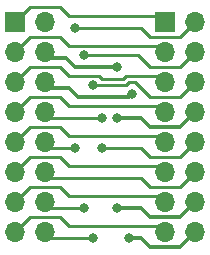
<source format=gbr>
G04 #@! TF.GenerationSoftware,KiCad,Pcbnew,(5.1.8)-1*
G04 #@! TF.CreationDate,2022-06-12T13:47:46-06:00*
G04 #@! TF.ProjectId,USB Adapter,55534220-4164-4617-9074-65722e6b6963,rev?*
G04 #@! TF.SameCoordinates,Original*
G04 #@! TF.FileFunction,Copper,L1,Top*
G04 #@! TF.FilePolarity,Positive*
%FSLAX46Y46*%
G04 Gerber Fmt 4.6, Leading zero omitted, Abs format (unit mm)*
G04 Created by KiCad (PCBNEW (5.1.8)-1) date 2022-06-12 13:47:46*
%MOMM*%
%LPD*%
G01*
G04 APERTURE LIST*
G04 #@! TA.AperFunction,ComponentPad*
%ADD10O,1.700000X1.700000*%
G04 #@! TD*
G04 #@! TA.AperFunction,ComponentPad*
%ADD11R,1.700000X1.700000*%
G04 #@! TD*
G04 #@! TA.AperFunction,ViaPad*
%ADD12C,0.800000*%
G04 #@! TD*
G04 #@! TA.AperFunction,Conductor*
%ADD13C,0.250000*%
G04 #@! TD*
G04 #@! TA.AperFunction,Conductor*
%ADD14C,0.330200*%
G04 #@! TD*
G04 APERTURE END LIST*
D10*
G04 #@! TO.P,J2,16*
G04 #@! TO.N,/5+*
X152400000Y-99060000D03*
G04 #@! TO.P,J2,15*
G04 #@! TO.N,/D7*
X149860000Y-99060000D03*
G04 #@! TO.P,J2,14*
G04 #@! TO.N,/GND*
X152400000Y-96520000D03*
G04 #@! TO.P,J2,13*
G04 #@! TO.N,/D6*
X149860000Y-96520000D03*
G04 #@! TO.P,J2,12*
G04 #@! TO.N,/CS*
X152400000Y-93980000D03*
G04 #@! TO.P,J2,11*
G04 #@! TO.N,/D5*
X149860000Y-93980000D03*
G04 #@! TO.P,J2,10*
G04 #@! TO.N,/INT*
X152400000Y-91440000D03*
G04 #@! TO.P,J2,9*
G04 #@! TO.N,/D4*
X149860000Y-91440000D03*
G04 #@! TO.P,J2,8*
G04 #@! TO.N,/GND*
X152400000Y-88900000D03*
G04 #@! TO.P,J2,7*
G04 #@! TO.N,/D3*
X149860000Y-88900000D03*
G04 #@! TO.P,J2,6*
G04 #@! TO.N,/WR*
X152400000Y-86360000D03*
G04 #@! TO.P,J2,5*
G04 #@! TO.N,/D2*
X149860000Y-86360000D03*
G04 #@! TO.P,J2,4*
G04 #@! TO.N,/RD*
X152400000Y-83820000D03*
G04 #@! TO.P,J2,3*
G04 #@! TO.N,/D1*
X149860000Y-83820000D03*
G04 #@! TO.P,J2,2*
G04 #@! TO.N,/A0*
X152400000Y-81280000D03*
D11*
G04 #@! TO.P,J2,1*
G04 #@! TO.N,/D0*
X149860000Y-81280000D03*
G04 #@! TD*
D10*
G04 #@! TO.P,J1,16*
G04 #@! TO.N,/WR*
X139700000Y-99060000D03*
G04 #@! TO.P,J1,15*
G04 #@! TO.N,/D7*
X137160000Y-99060000D03*
G04 #@! TO.P,J1,14*
G04 #@! TO.N,/RD*
X139700000Y-96520000D03*
G04 #@! TO.P,J1,13*
G04 #@! TO.N,/D6*
X137160000Y-96520000D03*
G04 #@! TO.P,J1,12*
G04 #@! TO.N,/CS*
X139700000Y-93980000D03*
G04 #@! TO.P,J1,11*
G04 #@! TO.N,/D5*
X137160000Y-93980000D03*
G04 #@! TO.P,J1,10*
G04 #@! TO.N,/A0*
X139700000Y-91440000D03*
G04 #@! TO.P,J1,9*
G04 #@! TO.N,/D4*
X137160000Y-91440000D03*
G04 #@! TO.P,J1,8*
G04 #@! TO.N,/INT*
X139700000Y-88900000D03*
G04 #@! TO.P,J1,7*
G04 #@! TO.N,/D3*
X137160000Y-88900000D03*
G04 #@! TO.P,J1,6*
G04 #@! TO.N,/5+*
X139700000Y-86360000D03*
G04 #@! TO.P,J1,5*
G04 #@! TO.N,/D2*
X137160000Y-86360000D03*
G04 #@! TO.P,J1,4*
G04 #@! TO.N,/GND*
X139700000Y-83820000D03*
G04 #@! TO.P,J1,3*
G04 #@! TO.N,/D1*
X137160000Y-83820000D03*
G04 #@! TO.P,J1,2*
G04 #@! TO.N,/GND*
X139700000Y-81280000D03*
D11*
G04 #@! TO.P,J1,1*
G04 #@! TO.N,/D0*
X137160000Y-81280000D03*
G04 #@! TD*
D12*
G04 #@! TO.N,/WR*
X143764000Y-99568000D03*
X143764000Y-86614000D03*
G04 #@! TO.N,/RD*
X143002000Y-97028000D03*
X143002000Y-84074000D03*
G04 #@! TO.N,/A0*
X142240000Y-81788000D03*
X142240000Y-91948000D03*
G04 #@! TO.N,/INT*
X144526000Y-91948000D03*
X144526000Y-89408000D03*
G04 #@! TO.N,/5+*
X146812000Y-99568000D03*
X147066000Y-87376000D03*
G04 #@! TO.N,/GND*
X145796000Y-89408000D03*
X145796000Y-85090000D03*
X145796000Y-97028000D03*
G04 #@! TD*
D13*
G04 #@! TO.N,/D7*
X149352000Y-98552000D02*
X149860000Y-99060000D01*
G04 #@! TO.N,/D3*
X149352000Y-88392000D02*
X149860000Y-88900000D01*
G04 #@! TO.N,/D6*
X149352000Y-96012000D02*
X149860000Y-96520000D01*
G04 #@! TO.N,/D5*
X149352000Y-93472000D02*
X149860000Y-93980000D01*
G04 #@! TO.N,/D4*
X149352000Y-90932000D02*
X149860000Y-91440000D01*
G04 #@! TO.N,/CS*
X148590000Y-95250000D02*
X147828000Y-94488000D01*
X151130000Y-95250000D02*
X148590000Y-95250000D01*
X152400000Y-93980000D02*
X151130000Y-95250000D01*
G04 #@! TO.N,/D0*
X149352000Y-80772000D02*
X149860000Y-81280000D01*
G04 #@! TO.N,/INT*
X152400000Y-91440000D02*
X151130000Y-92710000D01*
X151130000Y-92710000D02*
X148590000Y-92710000D01*
X148590000Y-92710000D02*
X147828000Y-91948000D01*
G04 #@! TO.N,/WR*
X140208000Y-99568000D02*
X139700000Y-99060000D01*
X143764000Y-99568000D02*
X140208000Y-99568000D01*
X151130000Y-87630000D02*
X152400000Y-86360000D01*
X148590000Y-87630000D02*
X151130000Y-87630000D01*
X147320000Y-86360000D02*
X148590000Y-87630000D01*
X146812000Y-86360000D02*
X147320000Y-86360000D01*
X146558000Y-86614000D02*
X146812000Y-86360000D01*
X143764000Y-86614000D02*
X146558000Y-86614000D01*
G04 #@! TO.N,/D7*
X141732000Y-98552000D02*
X149352000Y-98552000D01*
X140970000Y-97790000D02*
X141732000Y-98552000D01*
X138430000Y-97790000D02*
X140970000Y-97790000D01*
X137160000Y-99060000D02*
X138430000Y-97790000D01*
G04 #@! TO.N,/RD*
X140208000Y-97028000D02*
X139700000Y-96520000D01*
X143002000Y-97028000D02*
X140208000Y-97028000D01*
X148590000Y-85090000D02*
X147574000Y-84074000D01*
X152400000Y-83820000D02*
X151130000Y-85090000D01*
X151130000Y-85090000D02*
X148590000Y-85090000D01*
X147574000Y-84074000D02*
X143002000Y-84074000D01*
G04 #@! TO.N,/D6*
X141732000Y-96012000D02*
X149352000Y-96012000D01*
X140970000Y-95250000D02*
X141732000Y-96012000D01*
X138430000Y-95250000D02*
X140970000Y-95250000D01*
X137160000Y-96520000D02*
X138430000Y-95250000D01*
G04 #@! TO.N,/CS*
X140208000Y-94488000D02*
X139700000Y-93980000D01*
X147828000Y-94488000D02*
X140208000Y-94488000D01*
G04 #@! TO.N,/D5*
X141732000Y-93472000D02*
X149352000Y-93472000D01*
X140970000Y-92710000D02*
X141732000Y-93472000D01*
X138430000Y-92710000D02*
X140970000Y-92710000D01*
X137160000Y-93980000D02*
X138430000Y-92710000D01*
G04 #@! TO.N,/A0*
X152400000Y-81280000D02*
X151130000Y-82550000D01*
X151130000Y-82550000D02*
X148590000Y-82550000D01*
X148590000Y-82550000D02*
X147828000Y-81788000D01*
X140208000Y-91948000D02*
X139700000Y-91440000D01*
X142240000Y-91948000D02*
X140208000Y-91948000D01*
X147828000Y-81788000D02*
X142240000Y-81788000D01*
G04 #@! TO.N,/D4*
X141732000Y-90932000D02*
X149352000Y-90932000D01*
X140970000Y-90170000D02*
X141732000Y-90932000D01*
X138430000Y-90170000D02*
X140970000Y-90170000D01*
X137160000Y-91440000D02*
X138430000Y-90170000D01*
G04 #@! TO.N,/INT*
X140208000Y-89408000D02*
X139700000Y-88900000D01*
X144526000Y-89408000D02*
X140208000Y-89408000D01*
X147828000Y-91948000D02*
X144526000Y-91948000D01*
G04 #@! TO.N,/D3*
X141732000Y-88392000D02*
X149352000Y-88392000D01*
X140970000Y-87630000D02*
X141732000Y-88392000D01*
X138430000Y-87630000D02*
X140970000Y-87630000D01*
X137160000Y-88900000D02*
X138430000Y-87630000D01*
D14*
G04 #@! TO.N,/5+*
X148590000Y-100330000D02*
X147828000Y-99568000D01*
X151130000Y-100330000D02*
X148590000Y-100330000D01*
X152400000Y-99060000D02*
X151130000Y-100330000D01*
X146812000Y-99568000D02*
X146812000Y-99568000D01*
X146812000Y-87630000D02*
X147066000Y-87376000D01*
X142494000Y-87630000D02*
X146812000Y-87630000D01*
X141732000Y-86868000D02*
X142494000Y-87630000D01*
X140208000Y-86868000D02*
X141732000Y-86868000D01*
X139700000Y-86360000D02*
X140208000Y-86868000D01*
X147066000Y-87376000D02*
X147066000Y-87376000D01*
X147828000Y-99568000D02*
X146812000Y-99568000D01*
D13*
G04 #@! TO.N,/D2*
X149352000Y-85852000D02*
X149860000Y-86360000D01*
X146558000Y-85852000D02*
X149352000Y-85852000D01*
X146304000Y-86106000D02*
X146558000Y-85852000D01*
X144526000Y-86106000D02*
X146304000Y-86106000D01*
X144272000Y-85852000D02*
X144526000Y-86106000D01*
X141732000Y-85852000D02*
X144272000Y-85852000D01*
X140970000Y-85090000D02*
X141732000Y-85852000D01*
X138430000Y-85090000D02*
X140970000Y-85090000D01*
X137160000Y-86360000D02*
X138430000Y-85090000D01*
D14*
G04 #@! TO.N,/GND*
X142240000Y-85090000D02*
X145796000Y-85090000D01*
X141478000Y-84328000D02*
X142240000Y-85090000D01*
X140208000Y-84328000D02*
X141478000Y-84328000D01*
X139700000Y-83820000D02*
X140208000Y-84328000D01*
X148590000Y-90170000D02*
X147828000Y-89408000D01*
X151130000Y-90170000D02*
X148590000Y-90170000D01*
X152400000Y-88900000D02*
X151130000Y-90170000D01*
X145796000Y-89408000D02*
X145796000Y-89408000D01*
X148590000Y-97790000D02*
X147828000Y-97028000D01*
X151130000Y-97790000D02*
X148590000Y-97790000D01*
X152400000Y-96520000D02*
X151130000Y-97790000D01*
X147828000Y-89408000D02*
X145796000Y-89408000D01*
X147828000Y-97028000D02*
X145796000Y-97028000D01*
D13*
G04 #@! TO.N,/D1*
X149352000Y-83312000D02*
X149860000Y-83820000D01*
X141732000Y-83312000D02*
X149352000Y-83312000D01*
X140970000Y-82550000D02*
X141732000Y-83312000D01*
X138430000Y-82550000D02*
X140970000Y-82550000D01*
X137160000Y-83820000D02*
X138430000Y-82550000D01*
G04 #@! TO.N,/D0*
X141732000Y-80772000D02*
X149352000Y-80772000D01*
X140970000Y-80010000D02*
X141732000Y-80772000D01*
X138430000Y-80010000D02*
X140970000Y-80010000D01*
X137160000Y-81280000D02*
X138430000Y-80010000D01*
G04 #@! TD*
M02*

</source>
